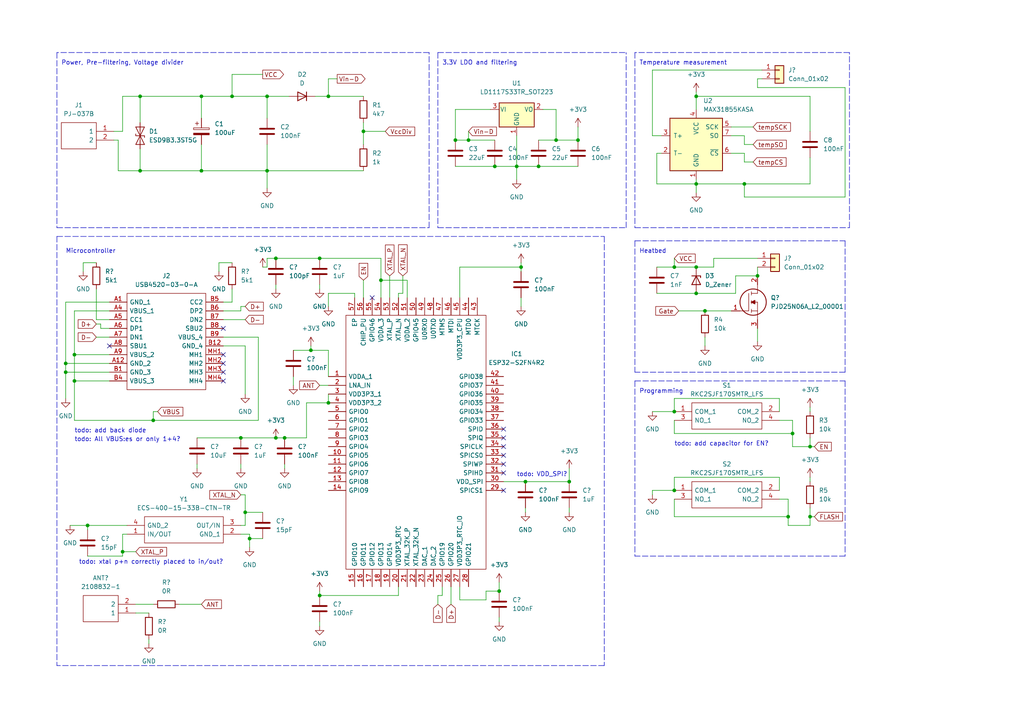
<source format=kicad_sch>
(kicad_sch (version 20211123) (generator eeschema)
  (paper "A4")
  (lib_symbols
    (symbol "Connector_Generic:Conn_01x02" (pin_names (offset 1.016) hide)
      (property "Reference" "J" (at 0 2.54 0))
      (property "Value" "Conn_01x02" (at 0 -5.08 0))
      (symbol "Conn_01x02_1_1"
        (pin passive line (at -5.08 0 0) (length 3.81) (name "Pin_1") (number "1"))
        (pin passive line (at -5.08 -2.54 0) (length 3.81) (name "Pin_2") (number "2"))
      )
    )
    (symbol "Device:C" (pin_numbers hide) (pin_names (offset 0.254))
      (property "Reference" "C" (at 0.635 2.54 0))
      (property "Value" "C" (at 0.635 -2.54 0))
      (symbol "C_1_1"
        (pin passive line (at 0 3.81 270) (length 2.794) (name "~") (number "1"))
        (pin passive line (at 0 -3.81 90) (length 2.794) (name "~") (number "2"))
      )
    )
    (symbol "Device:C_Polarized" (pin_numbers hide) (pin_names (offset 0.254))
      (property "Reference" "C" (at 0.635 2.54 0))
      (property "Value" "C_Polarized" (at 0.635 -2.54 0))
      (symbol "C_Polarized_1_1"
        (pin passive line (at 0 3.81 270) (length 2.794) (name "~") (number "1"))
        (pin passive line (at 0 -3.81 90) (length 2.794) (name "~") (number "2"))
      )
    )
    (symbol "Device:D" (pin_numbers hide) (pin_names (offset 1.016) hide)
      (property "Reference" "D" (at 0 2.54 0))
      (property "Value" "D" (at 0 -2.54 0))
      (symbol "D_1_1"
        (pin passive line (at -3.81 0 0) (length 2.54) (name "K") (number "1"))
        (pin passive line (at 3.81 0 180) (length 2.54) (name "A") (number "2"))
      )
    )
    (symbol "Device:D_Zener" (pin_numbers hide) (pin_names (offset 1.016) hide)
      (property "Reference" "D" (at 0 2.54 0))
      (property "Value" "D_Zener" (at 0 -2.54 0))
      (symbol "D_Zener_1_1"
        (pin passive line (at -3.81 0 0) (length 2.54) (name "K") (number "1"))
        (pin passive line (at 3.81 0 180) (length 2.54) (name "A") (number "2"))
      )
    )
    (symbol "Device:R" (pin_numbers hide) (pin_names (offset 0))
      (property "Reference" "R" (at 2.032 0 90))
      (property "Value" "R" (at 0 0 90))
      (symbol "R_1_1"
        (pin passive line (at 0 3.81 270) (length 1.27) (name "~") (number "1"))
        (pin passive line (at 0 -3.81 90) (length 1.27) (name "~") (number "2"))
      )
    )
    (symbol "Diode:ESD9B3.3ST5G" (pin_numbers hide) (pin_names (offset 1.016) hide)
      (property "Reference" "D" (at 0 2.54 0))
      (property "Value" "ESD9B3.3ST5G" (at 0 -2.54 0))
      (symbol "ESD9B3.3ST5G_1_1"
        (pin passive line (at -3.81 0 0) (length 2.54) (name "A1") (number "1"))
        (pin passive line (at 3.81 0 180) (length 2.54) (name "A2") (number "2"))
      )
    )
    (symbol "Regulator_Linear:LD1117S33TR_SOT223" (pin_names (offset 0.254))
      (property "Reference" "U" (at -3.81 3.175 0))
      (property "Value" "LD1117S33TR_SOT223" (at 0 3.175 0))
      (symbol "LD1117S33TR_SOT223_1_1"
        (pin power_in line (at 0 -7.62 90) (length 2.54) (name "GND") (number "1"))
        (pin power_out line (at 7.62 0 180) (length 2.54) (name "VO") (number "2"))
        (pin power_in line (at -7.62 0 0) (length 2.54) (name "VI") (number "3"))
      )
    )
    (symbol "Sensor_Temperature:MAX31855KASA" (pin_names (offset 1.016))
      (property "Reference" "U" (at -7.62 8.89 0))
      (property "Value" "MAX31855KASA" (at 1.27 8.89 0))
      (symbol "MAX31855KASA_1_1"
        (pin power_in line (at 0 -10.16 90) (length 2.54) (name "GND") (number "1"))
        (pin passive line (at -10.16 -2.54 0) (length 2.54) (name "T-") (number "2"))
        (pin passive line (at -10.16 2.54 0) (length 2.54) (name "T+") (number "3"))
        (pin power_in line (at 0 10.16 270) (length 2.54) (name "VCC") (number "4"))
        (pin input line (at 10.16 5.08 180) (length 2.54) (name "SCK") (number "5"))
        (pin input line (at 10.16 -2.54 180) (length 2.54) (name "~{CS}") (number "6"))
        (pin tri_state line (at 10.16 2.54 180) (length 2.54) (name "SO") (number "7"))
      )
    )
    (symbol "library_loader:2108832-1" (pin_names (offset 0.762))
      (property "Reference" "ANT" (at 16.51 7.62 0))
      (property "Value" "2108832-1" (at 16.51 5.08 0))
      (symbol "2108832-1_0_0"
        (pin passive line (at 0 0 0) (length 5.08) (name "1") (number "1"))
        (pin passive line (at 0 -2.54 0) (length 5.08) (name "2") (number "2"))
      )
    )
    (symbol "library_loader:ECS-400-15-33B-CTN-TR" (pin_names (offset 0.762))
      (property "Reference" "Y" (at 29.21 7.62 0))
      (property "Value" "ECS-400-15-33B-CTN-TR" (at 29.21 5.08 0))
      (symbol "ECS-400-15-33B-CTN-TR_0_0"
        (pin passive line (at 0 -2.54 0) (length 5.08) (name "IN/OUT") (number "1"))
        (pin passive line (at 33.02 -2.54 180) (length 5.08) (name "GND_1") (number "2"))
        (pin passive line (at 33.02 0 180) (length 5.08) (name "OUT/IN") (number "3"))
        (pin passive line (at 0 0 0) (length 5.08) (name "GND_2") (number "4"))
      )
    )
    (symbol "library_loader:ESP32-S2FN4R2" (pin_names (offset 0.762))
      (property "Reference" "IC" (at 46.99 22.86 0))
      (property "Value" "ESP32-S2FN4R2" (at 46.99 20.32 0))
      (symbol "ESP32-S2FN4R2_0_0"
        (pin passive line (at 0 0 0) (length 5.08) (name "VDDA_1") (number "1"))
        (pin passive line (at 0 -22.86 0) (length 5.08) (name "GPIO5") (number "10"))
        (pin passive line (at 0 -25.4 0) (length 5.08) (name "GPIO6") (number "11"))
        (pin passive line (at 0 -27.94 0) (length 5.08) (name "GPIO7") (number "12"))
        (pin passive line (at 0 -30.48 0) (length 5.08) (name "GPIO8") (number "13"))
        (pin passive line (at 0 -33.02 0) (length 5.08) (name "GPIO9") (number "14"))
        (pin passive line (at 7.62 -60.96 90) (length 5.08) (name "GPIO10") (number "15"))
        (pin passive line (at 10.16 -60.96 90) (length 5.08) (name "GPIO11") (number "16"))
        (pin passive line (at 12.7 -60.96 90) (length 5.08) (name "GPIO12") (number "17"))
        (pin passive line (at 15.24 -60.96 90) (length 5.08) (name "GPIO13") (number "18"))
        (pin passive line (at 17.78 -60.96 90) (length 5.08) (name "GPIO14") (number "19"))
        (pin passive line (at 0 -2.54 0) (length 5.08) (name "LNA_IN") (number "2"))
        (pin passive line (at 20.32 -60.96 90) (length 5.08) (name "VDD3P3_RTC") (number "20"))
        (pin passive line (at 22.86 -60.96 90) (length 5.08) (name "XTAL_32K_P") (number "21"))
        (pin passive line (at 25.4 -60.96 90) (length 5.08) (name "XTAL_32K_N") (number "22"))
        (pin passive line (at 27.94 -60.96 90) (length 5.08) (name "DAC_1") (number "23"))
        (pin passive line (at 30.48 -60.96 90) (length 5.08) (name "DAC_2") (number "24"))
        (pin passive line (at 33.02 -60.96 90) (length 5.08) (name "GPIO19") (number "25"))
        (pin passive line (at 35.56 -60.96 90) (length 5.08) (name "GPIO20") (number "26"))
        (pin passive line (at 38.1 -60.96 90) (length 5.08) (name "VDD3P3_RTC_IO") (number "27"))
        (pin passive line (at 40.64 -60.96 90) (length 5.08) (name "GPIO21") (number "28"))
        (pin passive line (at 50.8 -33.02 180) (length 5.08) (name "SPICS1") (number "29"))
        (pin passive line (at 0 -5.08 0) (length 5.08) (name "VDD3P3_1") (number "3"))
        (pin passive line (at 50.8 -30.48 180) (length 5.08) (name "VDD_SPI") (number "30"))
        (pin passive line (at 50.8 -27.94 180) (length 5.08) (name "SPIHD") (number "31"))
        (pin passive line (at 50.8 -25.4 180) (length 5.08) (name "SPIWP") (number "32"))
        (pin passive line (at 50.8 -22.86 180) (length 5.08) (name "SPICS0") (number "33"))
        (pin passive line (at 50.8 -20.32 180) (length 5.08) (name "SPICLK") (number "34"))
        (pin passive line (at 50.8 -17.78 180) (length 5.08) (name "SPIQ") (number "35"))
        (pin passive line (at 50.8 -15.24 180) (length 5.08) (name "SPID") (number "36"))
        (pin passive line (at 50.8 -12.7 180) (length 5.08) (name "GPIO33") (number "37"))
        (pin passive line (at 50.8 -10.16 180) (length 5.08) (name "GPIO34") (number "38"))
        (pin passive line (at 50.8 -7.62 180) (length 5.08) (name "GPIO35") (number "39"))
        (pin passive line (at 0 -7.62 0) (length 5.08) (name "VDD3P3_2") (number "4"))
        (pin passive line (at 50.8 -5.08 180) (length 5.08) (name "GPIO36") (number "40"))
        (pin passive line (at 50.8 -2.54 180) (length 5.08) (name "GPIO37") (number "41"))
        (pin passive line (at 50.8 0 180) (length 5.08) (name "GPIO38") (number "42"))
        (pin passive line (at 43.18 22.86 270) (length 5.08) (name "MTCK") (number "43"))
        (pin passive line (at 40.64 22.86 270) (length 5.08) (name "MTD0") (number "44"))
        (pin passive line (at 38.1 22.86 270) (length 5.08) (name "VDD3P3_CPU") (number "45"))
        (pin passive line (at 35.56 22.86 270) (length 5.08) (name "MTDI") (number "46"))
        (pin passive line (at 33.02 22.86 270) (length 5.08) (name "MTMS") (number "47"))
        (pin passive line (at 30.48 22.86 270) (length 5.08) (name "U0TXD") (number "48"))
        (pin passive line (at 27.94 22.86 270) (length 5.08) (name "U0RXD") (number "49"))
        (pin passive line (at 0 -10.16 0) (length 5.08) (name "GPIO0") (number "5"))
        (pin passive line (at 25.4 22.86 270) (length 5.08) (name "GPIO45") (number "50"))
        (pin passive line (at 22.86 22.86 270) (length 5.08) (name "VDDA_2") (number "51"))
        (pin passive line (at 20.32 22.86 270) (length 5.08) (name "XTAL_N") (number "52"))
        (pin passive line (at 17.78 22.86 270) (length 5.08) (name "XTAL_P") (number "53"))
        (pin passive line (at 15.24 22.86 270) (length 5.08) (name "VDDA_3") (number "54"))
        (pin passive line (at 12.7 22.86 270) (length 5.08) (name "GPIO46") (number "55"))
        (pin passive line (at 10.16 22.86 270) (length 5.08) (name "CHIP_PU") (number "56"))
        (pin passive line (at 7.62 22.86 270) (length 5.08) (name "EP") (number "57"))
        (pin passive line (at 0 -12.7 0) (length 5.08) (name "GPIO1") (number "6"))
        (pin passive line (at 0 -15.24 0) (length 5.08) (name "GPIO2") (number "7"))
        (pin passive line (at 0 -17.78 0) (length 5.08) (name "GPIO3") (number "8"))
        (pin passive line (at 0 -20.32 0) (length 5.08) (name "GPIO4") (number "9"))
      )
    )
    (symbol "library_loader:PJ-037B" (pin_names (offset 0.762))
      (property "Reference" "J" (at 16.51 7.62 0))
      (property "Value" "PJ-037B" (at 16.51 5.08 0))
      (symbol "PJ-037B_0_0"
        (pin passive line (at 0 -2.54 0) (length 5.08) (name "1") (number "1"))
        (pin passive line (at 0 0 0) (length 5.08) (name "2") (number "2"))
      )
    )
    (symbol "library_loader:PJD25N06A_L2_00001" (pin_names (offset 0.762))
      (property "Reference" "Q" (at 11.43 3.81 0))
      (property "Value" "PJD25N06A_L2_00001" (at 11.43 1.27 0))
      (symbol "PJD25N06A_L2_00001_0_0"
        (pin passive line (at 0 0 0) (length 2.54) (name "~") (number "1"))
        (pin passive line (at 7.62 10.16 270) (length 2.54) (name "~") (number "2"))
        (pin passive line (at 7.62 -5.08 90) (length 2.54) (name "~") (number "3"))
      )
    )
    (symbol "library_loader:RKC2SJF170SMTR_LFS" (pin_names (offset 0.762))
      (property "Reference" "S" (at 26.67 7.62 0))
      (property "Value" "RKC2SJF170SMTR_LFS" (at 26.67 5.08 0))
      (symbol "RKC2SJF170SMTR_LFS_0_0"
        (pin passive line (at 0 0 0) (length 5.08) (name "COM_1") (number "1"))
        (pin passive line (at 30.48 0 180) (length 5.08) (name "COM_2") (number "2"))
        (pin passive line (at 0 -2.54 0) (length 5.08) (name "NO_1") (number "3"))
        (pin passive line (at 30.48 -2.54 180) (length 5.08) (name "NO_2") (number "4"))
      )
    )
    (symbol "library_loader:USB4520-03-0-A" (pin_names (offset 0.762))
      (property "Reference" "J" (at 29.21 7.62 0))
      (property "Value" "USB4520-03-0-A" (at 29.21 5.08 0))
      (symbol "USB4520-03-0-A_0_0"
        (pin passive line (at 0 0 0) (length 5.08) (name "GND_1") (number "A1"))
        (pin passive line (at 0 -17.78 0) (length 5.08) (name "GND_2") (number "A12"))
        (pin passive line (at 0 -2.54 0) (length 5.08) (name "VBUS_1") (number "A4"))
        (pin passive line (at 0 -5.08 0) (length 5.08) (name "CC1") (number "A5"))
        (pin passive line (at 0 -7.62 0) (length 5.08) (name "DP1") (number "A6"))
        (pin passive line (at 0 -10.16 0) (length 5.08) (name "DN1") (number "A7"))
        (pin passive line (at 0 -12.7 0) (length 5.08) (name "SBU1") (number "A8"))
        (pin passive line (at 0 -15.24 0) (length 5.08) (name "VBUS_2") (number "A9"))
        (pin passive line (at 0 -20.32 0) (length 5.08) (name "GND_3") (number "B1"))
        (pin passive line (at 33.02 -12.7 180) (length 5.08) (name "GND_4") (number "B12"))
        (pin passive line (at 0 -22.86 0) (length 5.08) (name "VBUS_3") (number "B4"))
        (pin passive line (at 33.02 0 180) (length 5.08) (name "CC2") (number "B5"))
        (pin passive line (at 33.02 -2.54 180) (length 5.08) (name "DP2") (number "B6"))
        (pin passive line (at 33.02 -5.08 180) (length 5.08) (name "DN2") (number "B7"))
        (pin passive line (at 33.02 -7.62 180) (length 5.08) (name "SBU2") (number "B8"))
        (pin passive line (at 33.02 -10.16 180) (length 5.08) (name "VBUS_4") (number "B9"))
        (pin passive line (at 33.02 -15.24 180) (length 5.08) (name "MH1") (number "MH1"))
        (pin passive line (at 33.02 -17.78 180) (length 5.08) (name "MH2") (number "MH2"))
        (pin passive line (at 33.02 -20.32 180) (length 5.08) (name "MH3") (number "MH3"))
        (pin passive line (at 33.02 -22.86 180) (length 5.08) (name "MH4") (number "MH4"))
      )
    )
    (symbol "power:+3.3V" (power) (pin_names (offset 0))
      (property "Value" "+3.3V" (at 0 3.556 0))
      (symbol "+3.3V_1_1"
        (pin power_in line (at 0 0 90) (length 0) hide (name "+3V3") (number "1"))
      )
    )
    (symbol "power:GND" (power) (pin_names (offset 0))
      (property "Value" "GND" (at 0 -3.81 0))
      (symbol "GND_1_1"
        (pin power_in line (at 0 0 270) (length 0) hide (name "GND") (number "1"))
      )
    )
  )
  (junction (at 229.87 125.73))
  (junction (at 35.56 160.02))
  (junction (at 105.41 38.1))
  (junction (at 71.12 148.59))
  (junction (at 44.45 121.92))
  (junction (at 40.64 49.53))
  (junction (at 110.49 81.28))
  (junction (at 201.93 27.94))
  (junction (at 144.78 171.45))
  (junction (at 165.1 139.7))
  (junction (at 151.13 77.47))
  (junction (at 161.29 40.64))
  (junction (at 82.55 127))
  (junction (at 80.01 74.93))
  (junction (at 19.05 107.95))
  (junction (at 77.47 49.53))
  (junction (at 201.93 77.47))
  (junction (at 25.4 152.4))
  (junction (at 195.58 77.47))
  (junction (at 156.21 48.26))
  (junction (at 195.58 142.24))
  (junction (at 21.59 102.87))
  (junction (at 149.86 48.26))
  (junction (at 215.9 53.34))
  (junction (at 143.51 48.26))
  (junction (at 228.6 149.86))
  (junction (at 152.4 139.7))
  (junction (at 72.39 156.21))
  (junction (at 77.47 27.94))
  (junction (at 58.42 27.94))
  (junction (at 234.95 149.86))
  (junction (at 95.25 116.84))
  (junction (at 204.47 90.17))
  (junction (at 21.59 110.49))
  (junction (at 201.93 53.34))
  (junction (at 95.25 27.94))
  (junction (at 67.31 27.94))
  (junction (at 58.42 49.53))
  (junction (at 90.17 101.6))
  (junction (at 132.08 40.64))
  (junction (at 201.93 85.09))
  (junction (at 40.64 27.94))
  (junction (at 219.71 80.01))
  (junction (at 195.58 119.38))
  (junction (at 80.01 127))
  (junction (at 167.64 40.64))
  (junction (at 92.71 172.72))
  (junction (at 69.85 127))
  (junction (at 234.95 129.54))
  (junction (at 92.71 74.93))
  (junction (at 19.05 105.41))
  (junction (at 135.89 40.64))
  (no_connect (at 64.77 95.25))
  (no_connect (at 31.75 100.33))
  (no_connect (at 107.95 86.36))
  (no_connect (at 146.05 124.46))
  (no_connect (at 146.05 127))
  (no_connect (at 146.05 129.54))
  (no_connect (at 146.05 132.08))
  (no_connect (at 146.05 134.62))
  (no_connect (at 146.05 137.16))
  (no_connect (at 146.05 142.24))
  (no_connect (at 64.77 105.41))
  (no_connect (at 64.77 102.87))
  (no_connect (at 64.77 110.49))
  (no_connect (at 64.77 107.95))
  (wire (pts (xy 133.35 86.36) (xy 133.35 77.47)))
  (wire (pts (xy 229.87 125.73) (xy 229.87 121.92)))
  (wire (pts (xy 110.49 81.28) (xy 110.49 74.93)))
  (wire (pts (xy 190.5 85.09) (xy 201.93 85.09)))
  (wire (pts (xy 195.58 125.73) (xy 229.87 125.73)))
  (wire (pts (xy 21.59 102.87) (xy 31.75 102.87)))
  (wire (pts (xy 105.41 38.1) (xy 105.41 41.91)))
  (wire (pts (xy 113.03 80.01) (xy 113.03 86.36)))
  (wire (pts (xy 21.59 102.87) (xy 21.59 110.49)))
  (wire (pts (xy 92.71 74.93) (xy 110.49 74.93)))
  (wire (pts (xy 229.87 121.92) (xy 226.06 121.92)))
  (wire (pts (xy 72.39 156.21) (xy 72.39 154.94)))
  (wire (pts (xy 64.77 87.63) (xy 67.31 87.63)))
  (wire (pts (xy 35.56 27.94) (xy 35.56 38.1)))
  (wire (pts (xy 88.9 127) (xy 82.55 127)))
  (wire (pts (xy 204.47 97.79) (xy 204.47 100.33)))
  (polyline (pts (xy 175.26 68.58) (xy 175.26 193.04)))
  (polyline (pts (xy 184.15 66.04) (xy 246.38 66.04)))
  (wire (pts (xy 35.56 154.94) (xy 36.83 154.94)))
  (wire (pts (xy 195.58 138.43) (xy 195.58 142.24)))
  (wire (pts (xy 165.1 135.89) (xy 165.1 139.7)))
  (wire (pts (xy 33.02 38.1) (xy 35.56 38.1)))
  (wire (pts (xy 133.35 173.99) (xy 140.97 173.99)))
  (wire (pts (xy 219.71 22.86) (xy 219.71 25.4)))
  (wire (pts (xy 195.58 115.57) (xy 195.58 119.38)))
  (polyline (pts (xy 181.61 66.04) (xy 181.61 15.24)))
  (wire (pts (xy 27.94 76.2) (xy 24.13 76.2)))
  (wire (pts (xy 215.9 57.15) (xy 215.9 53.34)))
  (wire (pts (xy 234.95 129.54) (xy 236.22 129.54)))
  (wire (pts (xy 31.75 87.63) (xy 19.05 87.63)))
  (wire (pts (xy 195.58 144.78) (xy 195.58 149.86)))
  (wire (pts (xy 130.81 170.18) (xy 130.81 175.26)))
  (wire (pts (xy 195.58 77.47) (xy 201.93 77.47)))
  (wire (pts (xy 72.39 158.75) (xy 72.39 156.21)))
  (wire (pts (xy 69.85 143.51) (xy 71.12 143.51)))
  (wire (pts (xy 102.87 85.09) (xy 95.25 85.09)))
  (wire (pts (xy 21.59 90.17) (xy 21.59 102.87)))
  (wire (pts (xy 69.85 134.62) (xy 69.85 135.89)))
  (wire (pts (xy 19.05 105.41) (xy 19.05 107.95)))
  (wire (pts (xy 215.9 46.99) (xy 218.44 46.99)))
  (wire (pts (xy 142.24 31.75) (xy 132.08 31.75)))
  (wire (pts (xy 189.23 119.38) (xy 195.58 119.38)))
  (wire (pts (xy 234.95 138.43) (xy 234.95 139.7)))
  (wire (pts (xy 234.95 38.1) (xy 234.95 27.94)))
  (wire (pts (xy 146.05 139.7) (xy 152.4 139.7)))
  (wire (pts (xy 196.85 90.17) (xy 204.47 90.17)))
  (wire (pts (xy 215.9 53.34) (xy 234.95 53.34)))
  (wire (pts (xy 152.4 147.32) (xy 152.4 148.59)))
  (wire (pts (xy 80.01 82.55) (xy 80.01 83.82)))
  (wire (pts (xy 219.71 77.47) (xy 219.71 80.01)))
  (wire (pts (xy 151.13 76.2) (xy 151.13 77.47)))
  (wire (pts (xy 116.84 80.01) (xy 116.84 85.09)))
  (wire (pts (xy 226.06 142.24) (xy 226.06 138.43)))
  (wire (pts (xy 85.09 109.22) (xy 85.09 111.76)))
  (wire (pts (xy 118.11 81.28) (xy 110.49 81.28)))
  (wire (pts (xy 67.31 76.2) (xy 63.5 76.2)))
  (polyline (pts (xy 246.38 15.24) (xy 184.15 15.24)))
  (wire (pts (xy 64.77 92.71) (xy 71.12 92.71)))
  (wire (pts (xy 29.21 93.98) (xy 27.94 93.98)))
  (wire (pts (xy 35.56 27.94) (xy 40.64 27.94)))
  (wire (pts (xy 95.25 85.09) (xy 95.25 88.9)))
  (wire (pts (xy 27.94 92.71) (xy 27.94 83.82)))
  (wire (pts (xy 69.85 90.17) (xy 69.85 88.9)))
  (wire (pts (xy 77.47 74.93) (xy 77.47 77.47)))
  (wire (pts (xy 58.42 27.94) (xy 58.42 34.29)))
  (wire (pts (xy 31.75 90.17) (xy 21.59 90.17)))
  (wire (pts (xy 219.71 25.4) (xy 245.11 25.4)))
  (wire (pts (xy 234.95 53.34) (xy 234.95 45.72)))
  (wire (pts (xy 67.31 27.94) (xy 77.47 27.94)))
  (wire (pts (xy 40.64 35.56) (xy 40.64 27.94)))
  (wire (pts (xy 213.36 85.09) (xy 201.93 85.09)))
  (wire (pts (xy 234.95 118.11) (xy 234.95 119.38)))
  (wire (pts (xy 25.4 161.29) (xy 35.56 161.29)))
  (polyline (pts (xy 124.46 15.24) (xy 16.51 15.24)))
  (wire (pts (xy 234.95 149.86) (xy 234.95 152.4)))
  (wire (pts (xy 234.95 147.32) (xy 234.95 149.86)))
  (wire (pts (xy 115.57 172.72) (xy 92.71 172.72)))
  (wire (pts (xy 71.12 148.59) (xy 76.2 148.59)))
  (wire (pts (xy 189.23 20.32) (xy 189.23 39.37)))
  (wire (pts (xy 80.01 127) (xy 82.55 127)))
  (wire (pts (xy 219.71 95.25) (xy 219.71 99.06)))
  (wire (pts (xy 190.5 77.47) (xy 195.58 77.47)))
  (wire (pts (xy 151.13 77.47) (xy 151.13 78.74)))
  (wire (pts (xy 161.29 40.64) (xy 167.64 40.64)))
  (wire (pts (xy 44.45 119.38) (xy 44.45 121.92)))
  (wire (pts (xy 95.25 116.84) (xy 88.9 116.84)))
  (wire (pts (xy 95.25 101.6) (xy 90.17 101.6)))
  (wire (pts (xy 156.21 40.64) (xy 161.29 40.64)))
  (wire (pts (xy 165.1 147.32) (xy 165.1 148.59)))
  (wire (pts (xy 189.23 39.37) (xy 191.77 39.37)))
  (wire (pts (xy 234.95 127) (xy 234.95 129.54)))
  (wire (pts (xy 191.77 44.45) (xy 190.5 44.45)))
  (wire (pts (xy 52.07 175.26) (xy 58.42 175.26)))
  (wire (pts (xy 88.9 116.84) (xy 88.9 127)))
  (wire (pts (xy 20.32 152.4) (xy 25.4 152.4)))
  (wire (pts (xy 234.95 149.86) (xy 236.22 149.86)))
  (wire (pts (xy 115.57 170.18) (xy 115.57 172.72)))
  (wire (pts (xy 132.08 31.75) (xy 132.08 40.64)))
  (wire (pts (xy 207.01 74.93) (xy 207.01 77.47)))
  (wire (pts (xy 105.41 35.56) (xy 105.41 38.1)))
  (wire (pts (xy 226.06 138.43) (xy 195.58 138.43)))
  (wire (pts (xy 64.77 100.33) (xy 71.12 100.33)))
  (wire (pts (xy 35.56 161.29) (xy 35.56 160.02)))
  (wire (pts (xy 128.27 172.72) (xy 127 172.72)))
  (wire (pts (xy 115.57 85.09) (xy 115.57 86.36)))
  (wire (pts (xy 77.47 34.29) (xy 77.47 27.94)))
  (wire (pts (xy 34.29 40.64) (xy 34.29 49.53)))
  (wire (pts (xy 45.72 119.38) (xy 44.45 119.38)))
  (wire (pts (xy 95.25 27.94) (xy 105.41 27.94)))
  (wire (pts (xy 74.93 121.92) (xy 74.93 97.79)))
  (wire (pts (xy 76.2 21.59) (xy 67.31 21.59)))
  (wire (pts (xy 245.11 57.15) (xy 215.9 57.15)))
  (wire (pts (xy 140.97 173.99) (xy 140.97 171.45)))
  (wire (pts (xy 40.64 49.53) (xy 58.42 49.53)))
  (wire (pts (xy 24.13 76.2) (xy 24.13 78.74)))
  (wire (pts (xy 34.29 49.53) (xy 40.64 49.53)))
  (wire (pts (xy 135.89 40.64) (xy 143.51 40.64)))
  (wire (pts (xy 80.01 74.93) (xy 77.47 74.93)))
  (polyline (pts (xy 124.46 66.04) (xy 124.46 15.24)))
  (polyline (pts (xy 16.51 66.04) (xy 124.46 66.04)))
  (wire (pts (xy 71.12 152.4) (xy 71.12 148.59)))
  (wire (pts (xy 72.39 156.21) (xy 76.2 156.21)))
  (polyline (pts (xy 184.15 69.85) (xy 184.15 107.95)))
  (polyline (pts (xy 16.51 68.58) (xy 175.26 68.58)))
  (wire (pts (xy 219.71 74.93) (xy 207.01 74.93)))
  (wire (pts (xy 71.12 148.59) (xy 71.12 143.51)))
  (wire (pts (xy 228.6 149.86) (xy 228.6 152.4)))
  (wire (pts (xy 57.15 134.62) (xy 57.15 135.89)))
  (polyline (pts (xy 245.11 107.95) (xy 184.15 107.95)))
  (wire (pts (xy 189.23 142.24) (xy 195.58 142.24)))
  (wire (pts (xy 19.05 107.95) (xy 19.05 115.57)))
  (polyline (pts (xy 127 15.24) (xy 127 66.04)))
  (wire (pts (xy 19.05 87.63) (xy 19.05 105.41)))
  (wire (pts (xy 92.71 82.55) (xy 92.71 83.82)))
  (wire (pts (xy 144.78 179.07) (xy 144.78 180.34)))
  (wire (pts (xy 95.25 22.86) (xy 95.25 27.94)))
  (polyline (pts (xy 245.11 69.85) (xy 245.11 107.95)))
  (wire (pts (xy 25.4 152.4) (xy 25.4 153.67)))
  (wire (pts (xy 135.89 38.1) (xy 135.89 40.64)))
  (wire (pts (xy 228.6 144.78) (xy 226.06 144.78)))
  (wire (pts (xy 212.09 44.45) (xy 215.9 44.45)))
  (wire (pts (xy 67.31 21.59) (xy 67.31 27.94)))
  (wire (pts (xy 92.71 180.34) (xy 92.71 181.61)))
  (wire (pts (xy 201.93 53.34) (xy 201.93 55.88)))
  (wire (pts (xy 226.06 115.57) (xy 195.58 115.57)))
  (wire (pts (xy 144.78 168.91) (xy 144.78 171.45)))
  (wire (pts (xy 67.31 83.82) (xy 67.31 87.63)))
  (wire (pts (xy 44.45 121.92) (xy 74.93 121.92)))
  (wire (pts (xy 127 172.72) (xy 127 175.26)))
  (wire (pts (xy 204.47 90.17) (xy 212.09 90.17)))
  (wire (pts (xy 80.01 74.93) (xy 92.71 74.93)))
  (wire (pts (xy 228.6 149.86) (xy 228.6 144.78)))
  (wire (pts (xy 156.21 48.26) (xy 167.64 48.26)))
  (wire (pts (xy 43.18 185.42) (xy 43.18 186.69)))
  (wire (pts (xy 151.13 86.36) (xy 151.13 88.9)))
  (wire (pts (xy 19.05 105.41) (xy 31.75 105.41)))
  (wire (pts (xy 69.85 152.4) (xy 71.12 152.4)))
  (wire (pts (xy 220.98 20.32) (xy 189.23 20.32)))
  (wire (pts (xy 69.85 154.94) (xy 72.39 154.94)))
  (wire (pts (xy 219.71 80.01) (xy 213.36 80.01)))
  (wire (pts (xy 128.27 170.18) (xy 128.27 172.72)))
  (wire (pts (xy 201.93 26.67) (xy 201.93 27.94)))
  (wire (pts (xy 190.5 53.34) (xy 201.93 53.34)))
  (wire (pts (xy 201.93 27.94) (xy 201.93 31.75)))
  (wire (pts (xy 116.84 85.09) (xy 115.57 85.09)))
  (wire (pts (xy 25.4 152.4) (xy 36.83 152.4)))
  (wire (pts (xy 201.93 53.34) (xy 215.9 53.34)))
  (polyline (pts (xy 127 66.04) (xy 181.61 66.04)))
  (wire (pts (xy 82.55 134.62) (xy 82.55 135.89)))
  (wire (pts (xy 27.94 97.79) (xy 31.75 97.79)))
  (wire (pts (xy 195.58 74.93) (xy 195.58 77.47)))
  (wire (pts (xy 226.06 119.38) (xy 226.06 115.57)))
  (wire (pts (xy 40.64 27.94) (xy 58.42 27.94)))
  (polyline (pts (xy 246.38 66.04) (xy 246.38 15.24)))
  (wire (pts (xy 63.5 76.2) (xy 63.5 78.74)))
  (wire (pts (xy 195.58 149.86) (xy 228.6 149.86)))
  (wire (pts (xy 212.09 36.83) (xy 218.44 36.83)))
  (wire (pts (xy 40.64 43.18) (xy 40.64 49.53)))
  (wire (pts (xy 105.41 38.1) (xy 111.76 38.1)))
  (wire (pts (xy 97.79 22.86) (xy 95.25 22.86)))
  (wire (pts (xy 91.44 27.94) (xy 95.25 27.94)))
  (wire (pts (xy 189.23 143.51) (xy 189.23 142.24)))
  (wire (pts (xy 105.41 49.53) (xy 77.47 49.53)))
  (wire (pts (xy 215.9 41.91) (xy 218.44 41.91)))
  (wire (pts (xy 229.87 129.54) (xy 229.87 125.73)))
  (wire (pts (xy 64.77 90.17) (xy 69.85 90.17)))
  (wire (pts (xy 29.21 95.25) (xy 29.21 93.98)))
  (wire (pts (xy 92.71 111.76) (xy 95.25 111.76)))
  (wire (pts (xy 212.09 39.37) (xy 215.9 39.37)))
  (wire (pts (xy 21.59 121.92) (xy 44.45 121.92)))
  (wire (pts (xy 234.95 129.54) (xy 229.87 129.54)))
  (wire (pts (xy 77.47 41.91) (xy 77.47 49.53)))
  (wire (pts (xy 21.59 110.49) (xy 31.75 110.49)))
  (wire (pts (xy 69.85 127) (xy 80.01 127)))
  (polyline (pts (xy 175.26 193.04) (xy 16.51 193.04)))
  (wire (pts (xy 152.4 139.7) (xy 165.1 139.7)))
  (wire (pts (xy 77.47 27.94) (xy 83.82 27.94)))
  (polyline (pts (xy 184.15 69.85) (xy 245.11 69.85)))
  (wire (pts (xy 215.9 39.37) (xy 215.9 41.91)))
  (wire (pts (xy 57.15 127) (xy 69.85 127)))
  (wire (pts (xy 161.29 31.75) (xy 161.29 40.64)))
  (wire (pts (xy 90.17 100.33) (xy 90.17 101.6)))
  (wire (pts (xy 95.25 114.3) (xy 95.25 116.84)))
  (wire (pts (xy 132.08 40.64) (xy 135.89 40.64)))
  (polyline (pts (xy 245.11 110.49) (xy 245.11 161.29)))
  (wire (pts (xy 58.42 27.94) (xy 67.31 27.94)))
  (wire (pts (xy 234.95 152.4) (xy 228.6 152.4)))
  (wire (pts (xy 207.01 77.47) (xy 201.93 77.47)))
  (wire (pts (xy 95.25 109.22) (xy 95.25 101.6)))
  (wire (pts (xy 157.48 31.75) (xy 161.29 31.75)))
  (wire (pts (xy 132.08 48.26) (xy 143.51 48.26)))
  (wire (pts (xy 140.97 171.45) (xy 144.78 171.45)))
  (wire (pts (xy 92.71 171.45) (xy 92.71 172.72)))
  (wire (pts (xy 133.35 170.18) (xy 133.35 173.99)))
  (wire (pts (xy 58.42 49.53) (xy 58.42 41.91)))
  (wire (pts (xy 34.29 40.64) (xy 33.02 40.64)))
  (polyline (pts (xy 16.51 68.58) (xy 16.51 193.04)))
  (polyline (pts (xy 16.51 15.24) (xy 16.51 66.04)))
  (wire (pts (xy 201.93 52.07) (xy 201.93 53.34)))
  (wire (pts (xy 31.75 95.25) (xy 29.21 95.25)))
  (wire (pts (xy 21.59 110.49) (xy 21.59 121.92)))
  (wire (pts (xy 133.35 77.47) (xy 151.13 77.47)))
  (wire (pts (xy 201.93 27.94) (xy 234.95 27.94)))
  (wire (pts (xy 149.86 48.26) (xy 156.21 48.26)))
  (wire (pts (xy 27.94 92.71) (xy 31.75 92.71)))
  (wire (pts (xy 64.77 97.79) (xy 74.93 97.79)))
  (wire (pts (xy 110.49 81.28) (xy 110.49 86.36)))
  (wire (pts (xy 102.87 86.36) (xy 102.87 85.09)))
  (wire (pts (xy 77.47 49.53) (xy 77.47 54.61)))
  (polyline (pts (xy 127 15.24) (xy 181.61 15.24)))
  (wire (pts (xy 213.36 80.01) (xy 213.36 85.09)))
  (wire (pts (xy 149.86 39.37) (xy 149.86 48.26)))
  (wire (pts (xy 19.05 107.95) (xy 31.75 107.95)))
  (wire (pts (xy 167.64 36.83) (xy 167.64 40.64)))
  (wire (pts (xy 39.37 175.26) (xy 44.45 175.26)))
  (wire (pts (xy 39.37 160.02) (xy 35.56 160.02)))
  (wire (pts (xy 105.41 81.28) (xy 105.41 86.36)))
  (polyline (pts (xy 184.15 110.49) (xy 184.15 161.29)))
  (wire (pts (xy 71.12 100.33) (xy 71.12 114.3)))
  (polyline (pts (xy 184.15 15.24) (xy 184.15 66.04)))
  (wire (pts (xy 77.47 77.47) (xy 76.2 77.47)))
  (wire (pts (xy 77.47 49.53) (xy 58.42 49.53)))
  (wire (pts (xy 143.51 48.26) (xy 149.86 48.26)))
  (wire (pts (xy 39.37 177.8) (xy 43.18 177.8)))
  (wire (pts (xy 90.17 101.6) (xy 85.09 101.6)))
  (wire (pts (xy 220.98 22.86) (xy 219.71 22.86)))
  (wire (pts (xy 215.9 44.45) (xy 215.9 46.99)))
  (wire (pts (xy 190.5 44.45) (xy 190.5 53.34)))
  (wire (pts (xy 118.11 86.36) (xy 118.11 81.28)))
  (wire (pts (xy 35.56 160.02) (xy 35.56 154.94)))
  (wire (pts (xy 195.58 121.92) (xy 195.58 125.73)))
  (wire (pts (xy 149.86 48.26) (xy 149.86 52.07)))
  (polyline (pts (xy 245.11 161.29) (xy 184.15 161.29)))
  (wire (pts (xy 69.85 88.9) (xy 71.12 88.9)))
  (wire (pts (xy 245.11 25.4) (xy 245.11 57.15)))
  (polyline (pts (xy 184.15 110.49) (xy 245.11 110.49)))
  (text "todo: All VBUS:es or only 1+4?" (at 21.59 128.27 0) (effects (font (size 1.27 1.27)) (justify left bottom)))
  (text "Heatbed" (at 185.42 73.66 0) (effects (font (size 1.27 1.27)) (justify left bottom)))
  (text "Temperature measurement" (at 185.42 19.05 0) (effects (font (size 1.27 1.27)) (justify left bottom)))
  (text "Power, Pre-filtering, Voltage divider" (at 17.78 19.05 0) (effects (font (size 1.27 1.27)) (justify left bottom)))
  (text "todo: add capacitor for EN?" (at 195.58 129.54 0) (effects (font (size 1.27 1.27)) (justify left bottom)))
  (text "todo: VDD_SPI?" (at 149.86 138.43 0) (effects (font (size 1.27 1.27)) (justify left bottom)))
  (text "todo: add back diode" (at 21.59 125.73 0) (effects (font (size 1.27 1.27)) (justify left bottom)))
  (text "Programming" (at 185.42 114.3 0) (effects (font (size 1.27 1.27)) (justify left bottom)))
  (text "Microcontroller" (at 19.05 73.66 0) (effects (font (size 1.27 1.27)) (justify left bottom)))
  (text "todo: xtal p+n correctly placed to in/out?" (at 22.86 163.83 0) (effects (font (size 1.27 1.27)) (justify left bottom)))
  (text "3.3V LDO and filtering" (at 128.27 19.05 0) (effects (font (size 1.27 1.27)) (justify left bottom)))
  (global_label "tempSO" (shape input) (at 218.44 41.91 0) (property "Intersheet References" "${INTERSHEET_REFS}" (effects hide)))
  (global_label "tempSCK" (shape input) (at 218.44 36.83 0) (property "Intersheet References" "${INTERSHEET_REFS}" (effects hide)))
  (global_label "D-" (shape input) (at 71.12 92.71 0) (property "Intersheet References" "${INTERSHEET_REFS}" (effects hide)))
  (global_label "VccDiv" (shape input) (at 111.76 38.1 0) (property "Intersheet References" "${INTERSHEET_REFS}" (effects hide)))
  (global_label "VCC" (shape input) (at 195.58 74.93 0) (property "Intersheet References" "${INTERSHEET_REFS}" (effects hide)))
  (global_label "VBUS" (shape input) (at 45.72 119.38 0) (property "Intersheet References" "${INTERSHEET_REFS}" (effects hide)))
  (global_label "XTAL_P" (shape input) (at 113.03 80.01 90) (property "Intersheet References" "${INTERSHEET_REFS}" (effects hide)))
  (global_label "VCC" (shape output) (at 76.2 21.59 0) (property "Intersheet References" "${INTERSHEET_REFS}" (effects hide)))
  (global_label "XTAL_N" (shape input) (at 116.84 80.01 90) (property "Intersheet References" "${INTERSHEET_REFS}" (effects hide)))
  (global_label "D+" (shape input) (at 71.12 88.9 0) (property "Intersheet References" "${INTERSHEET_REFS}" (effects hide)))
  (global_label "Vin-D" (shape input) (at 135.89 38.1 0) (property "Intersheet References" "${INTERSHEET_REFS}" (effects hide)))
  (global_label "D-" (shape input) (at 27.94 97.79 180) (property "Intersheet References" "${INTERSHEET_REFS}" (effects hide)))
  (global_label "tempCS" (shape input) (at 218.44 46.99 0) (property "Intersheet References" "${INTERSHEET_REFS}" (effects hide)))
  (global_label "D+" (shape input) (at 130.81 175.26 270) (property "Intersheet References" "${INTERSHEET_REFS}" (effects hide)))
  (global_label "FLASH" (shape input) (at 236.22 149.86 0) (property "Intersheet References" "${INTERSHEET_REFS}" (effects hide)))
  (global_label "EN" (shape input) (at 236.22 129.54 0) (property "Intersheet References" "${INTERSHEET_REFS}" (effects hide)))
  (global_label "D+" (shape input) (at 27.94 93.98 180) (property "Intersheet References" "${INTERSHEET_REFS}" (effects hide)))
  (global_label "Gate" (shape input) (at 196.85 90.17 180) (property "Intersheet References" "${INTERSHEET_REFS}" (effects hide)))
  (global_label "XTAL_P" (shape input) (at 39.37 160.02 0) (property "Intersheet References" "${INTERSHEET_REFS}" (effects hide)))
  (global_label "ANT" (shape input) (at 58.42 175.26 0) (property "Intersheet References" "${INTERSHEET_REFS}" (effects hide)))
  (global_label "D-" (shape input) (at 127 175.26 270) (property "Intersheet References" "${INTERSHEET_REFS}" (effects hide)))
  (global_label "XTAL_N" (shape input) (at 69.85 143.51 180) (property "Intersheet References" "${INTERSHEET_REFS}" (effects hide)))
  (global_label "EN" (shape input) (at 105.41 81.28 90) (property "Intersheet References" "${INTERSHEET_REFS}" (effects hide)))
  (global_label "ANT" (shape input) (at 92.71 111.76 180) (property "Intersheet References" "${INTERSHEET_REFS}" (effects hide)))
  (global_label "Vin-D" (shape output) (at 97.79 22.86 0) (property "Intersheet References" "${INTERSHEET_REFS}" (effects hide)))
  (symbol (lib_id "power:+3.3V") (at 234.95 138.43 0) (unit 1)
    (property "Reference" "#PWR?" (effects hide))
    (property "Value" "+3.3V" (at 234.95 133.35 0))
  )
  (symbol (lib_id "Connector_Generic:Conn_01x02") (at 226.06 20.32 0) (unit 1)
    (property "Reference" "J?" (at 228.6 20.3199 0) (effects (justify left)))
    (property "Value" "Conn_01x02" (at 228.6 22.8599 0) (effects (justify left)))
  )
  (symbol (lib_id "Device:R") (at 105.41 45.72 0) (unit 1)
    (property "Reference" "R2" (at 107.95 44.4499 0) (effects (justify left)))
    (property "Value" "1k" (at 107.95 46.9899 0) (effects (justify left)))
  )
  (symbol (lib_id "Device:C") (at 92.71 176.53 0) (unit 1)
    (property "Reference" "C?" (at 96.52 175.2599 0) (effects (justify left)))
    (property "Value" "100nF" (at 96.52 177.7999 0) (effects (justify left)))
  )
  (symbol (lib_id "power:+3.3V") (at 76.2 77.47 0) (unit 1)
    (property "Reference" "#PWR?" (effects hide))
    (property "Value" "+3.3V" (at 76.2 72.39 0))
  )
  (symbol (lib_id "Device:C") (at 167.64 44.45 0) (unit 1)
    (property "Reference" "C6" (at 171.45 43.1799 0) (effects (justify left)))
    (property "Value" "100nF" (at 171.45 45.7199 0) (effects (justify left)))
  )
  (symbol (lib_id "power:GND") (at 201.93 55.88 0) (unit 1)
    (property "Reference" "#PWR0105" (effects hide))
    (property "Value" "GND" (at 201.93 60.96 0))
  )
  (symbol (lib_id "power:+3.3V") (at 165.1 135.89 0) (unit 1)
    (property "Reference" "#PWR?" (effects hide))
    (property "Value" "+3.3V" (at 165.1 130.81 0))
  )
  (symbol (lib_id "power:GND") (at 204.47 100.33 0) (unit 1)
    (property "Reference" "#PWR0103" (effects hide))
    (property "Value" "GND" (at 204.47 105.41 0))
  )
  (symbol (lib_id "power:+3.3V") (at 234.95 118.11 0) (unit 1)
    (property "Reference" "#PWR0107" (effects hide))
    (property "Value" "+3.3V" (at 234.95 113.03 0))
  )
  (symbol (lib_id "power:+3.3V") (at 80.01 127 0) (unit 1)
    (property "Reference" "#PWR?" (effects hide))
    (property "Value" "+3.3V" (at 80.01 121.92 0))
  )
  (symbol (lib_id "Device:C") (at 57.15 130.81 0) (unit 1)
    (property "Reference" "C?" (at 60.96 129.5399 0) (effects (justify left)))
    (property "Value" "10uF" (at 60.96 132.0799 0) (effects (justify left)))
  )
  (symbol (lib_id "power:+3.3V") (at 151.13 76.2 0) (unit 1)
    (property "Reference" "#PWR?" (effects hide))
    (property "Value" "+3.3V" (at 151.13 71.12 0))
  )
  (symbol (lib_id "power:GND") (at 151.13 88.9 0) (unit 1)
    (property "Reference" "#PWR?" (effects hide))
    (property "Value" "GND" (at 151.13 93.98 0))
  )
  (symbol (lib_id "power:+3.3V") (at 201.93 26.67 0) (unit 1)
    (property "Reference" "#PWR0106" (effects hide))
    (property "Value" "+3.3V" (at 201.93 21.59 0))
  )
  (symbol (lib_id "library_loader:2108832-1") (at 39.37 177.8 180) (unit 1)
    (property "Reference" "ANT?" (at 29.21 167.64 0))
    (property "Value" "2108832-1" (at 29.21 170.18 0))
    (property "Footprint" "21088321" (effects hide))
    (property "Datasheet" "https://www.te.com/commerce/DocumentDelivery/DDEController?Action=showdoc&DocId=Customer+Drawing%7F2108832-C%7FA%7Fpdf%7FEnglish%7FENG_CD_2108832-C_A.pdf%7F2108832-1" (effects hide))
    (property "Description" "Antennas Chip ant., SMD, BT/Wi-Fi 2.4GHz" (effects hide))
    (property "Height" "1.35" (effects hide))
    (property "Manufacturer_Name" "TE Connectivity" (effects hide))
    (property "Manufacturer_Part_Number" "2108832-1" (effects hide))
  )
  (symbol (lib_id "Device:C") (at 25.4 157.48 0) (unit 1)
    (property "Reference" "C?" (at 29.21 156.2099 0) (effects (justify left)))
    (property "Value" "15pF" (at 29.21 158.7499 0) (effects (justify left)))
  )
  (symbol (lib_id "Device:D_Zener") (at 201.93 81.28 270) (unit 1)
    (property "Reference" "D3" (at 204.47 80.0099 90) (effects (justify left)))
    (property "Value" "D_Zener" (at 204.47 82.5499 90) (effects (justify left)))
  )
  (symbol (lib_id "power:GND") (at 69.85 135.89 0) (unit 1)
    (property "Reference" "#PWR?" (effects hide))
    (property "Value" "GND" (at 69.85 140.97 0))
  )
  (symbol (lib_id "power:+3.3V") (at 144.78 168.91 0) (unit 1)
    (property "Reference" "#PWR?" (effects hide))
    (property "Value" "+3.3V" (at 144.78 163.83 0))
  )
  (symbol (lib_id "power:+3.3V") (at 90.17 100.33 0) (unit 1)
    (property "Reference" "#PWR?" (effects hide))
    (property "Value" "+3.3V" (at 90.17 95.25 0))
  )
  (symbol (lib_id "Device:R") (at 48.26 175.26 90) (unit 1)
    (property "Reference" "R?" (at 48.26 168.91 90))
    (property "Value" "0R" (at 48.26 171.45 90))
  )
  (symbol (lib_id "Device:C") (at 156.21 44.45 0) (unit 1)
    (property "Reference" "C5" (at 160.02 43.1799 0) (effects (justify left)))
    (property "Value" "22uF" (at 160.02 45.7199 0) (effects (justify left)))
  )
  (symbol (lib_id "power:+3.3V") (at 167.64 36.83 0) (unit 1)
    (property "Reference" "#PWR0102" (effects hide))
    (property "Value" "+3.3V" (at 167.64 31.75 0))
  )
  (symbol (lib_id "Device:C") (at 132.08 44.45 0) (unit 1)
    (property "Reference" "C3" (at 135.89 43.1799 0) (effects (justify left)))
    (property "Value" "22uF" (at 135.89 45.7199 0) (effects (justify left)))
  )
  (symbol (lib_id "power:GND") (at 144.78 180.34 0) (unit 1)
    (property "Reference" "#PWR?" (effects hide))
    (property "Value" "GND" (at 144.78 185.42 0))
  )
  (symbol (lib_id "power:GND") (at 92.71 181.61 0) (unit 1)
    (property "Reference" "#PWR?" (effects hide))
    (property "Value" "GND" (at 92.71 186.69 0))
  )
  (symbol (lib_id "Device:C") (at 85.09 105.41 0) (unit 1)
    (property "Reference" "C?" (at 88.9 104.1399 0) (effects (justify left)))
    (property "Value" "100nF" (at 88.9 106.6799 0) (effects (justify left)))
  )
  (symbol (lib_id "Device:C") (at 190.5 81.28 0) (unit 1)
    (property "Reference" "C7" (at 194.31 80.0099 0) (effects (justify left)))
    (property "Value" "1nF" (at 194.31 82.5499 0) (effects (justify left)))
  )
  (symbol (lib_id "Device:C") (at 152.4 143.51 0) (unit 1)
    (property "Reference" "C?" (at 156.21 142.2399 0) (effects (justify left)))
    (property "Value" "100nF" (at 156.21 144.7799 0) (effects (justify left)))
  )
  (symbol (lib_id "library_loader:ECS-400-15-33B-CTN-TR") (at 36.83 152.4 0) (unit 1)
    (property "Reference" "Y1" (at 53.34 144.78 0))
    (property "Value" "ECS-400-15-33B-CTN-TR" (at 53.34 147.32 0))
    (property "Footprint" "ECS2501033BCKMTR" (effects hide))
    (property "Datasheet" "https://www.arrow.com/en/products/ecs-400-15-33b-ctn-tr/ecs-international" (effects hide))
    (property "Description" "Crystals 40MHz 10ppm 15pF -40C +85C" (effects hide))
    (property "Height" "0.8" (effects hide))
    (property "Mouser Part Number" "520-400-15-33B-CTNT" (effects hide))
    (property "Mouser Price/Stock" "https://www.mouser.co.uk/ProductDetail/ECS/ECS-400-15-33B-CTN-TR/?qs=wd5RIQLrsJjBlddaPXWePw%3D%3D" (effects hide))
    (property "Manufacturer_Name" "ECS" (effects hide))
    (property "Manufacturer_Part_Number" "ECS-400-15-33B-CTN-TR" (effects hide))
  )
  (symbol (lib_id "Device:C") (at 82.55 130.81 0) (unit 1)
    (property "Reference" "C?" (at 86.36 129.5399 0) (effects (justify left)))
    (property "Value" "100nF" (at 86.36 132.0799 0) (effects (justify left)))
  )
  (symbol (lib_id "Device:C") (at 77.47 38.1 0) (unit 1)
    (property "Reference" "C2" (at 81.28 36.8299 0) (effects (justify left)))
    (property "Value" "100nF" (at 81.28 39.3699 0) (effects (justify left)))
  )
  (symbol (lib_id "library_loader:PJD25N06A_L2_00001") (at 212.09 90.17 0) (unit 1)
    (property "Reference" "Q?" (at 223.52 86.3599 0) (effects (justify left)))
    (property "Value" "PJD25N06A_L2_00001" (at 223.52 88.8999 0) (effects (justify left)))
    (property "Footprint" "PJD25N06A_L2_00001" (effects hide))
    (property "Datasheet" "https://www.panjit.com.tw/upload/datasheet/PJD25N06A.pdf" (effects hide))
    (property "Description" "MOSFET 60V N-Channel Enhancement Mode MOSFET" (effects hide))
    (property "Height" "2.39" (effects hide))
    (property "Mouser Part Number" "241-PJD25N06AL200001" (effects hide))
    (property "Mouser Price/Stock" "https://www.mouser.co.uk/ProductDetail/Panjit/PJD25N06A_L2_00001?qs=sPbYRqrBIVnbUMn0QxyuWw%3D%3D" (effects hide))
    (property "Manufacturer_Name" "PANJIT" (effects hide))
    (property "Manufacturer_Part_Number" "PJD25N06A_L2_00001" (effects hide))
  )
  (symbol (lib_id "Device:R") (at 67.31 80.01 0) (unit 1)
    (property "Reference" "R?" (at 69.85 78.7399 0) (effects (justify left)))
    (property "Value" "5k1" (at 69.85 81.2799 0) (effects (justify left)))
  )
  (symbol (lib_id "Device:C") (at 143.51 44.45 0) (unit 1)
    (property "Reference" "C4" (at 147.32 43.1799 0) (effects (justify left)))
    (property "Value" "100nF" (at 147.32 45.7199 0) (effects (justify left)))
  )
  (symbol (lib_id "Connector_Generic:Conn_01x02") (at 224.79 74.93 0) (unit 1)
    (property "Reference" "J?" (at 227.33 74.9299 0) (effects (justify left)))
    (property "Value" "Conn_01x02" (at 227.33 77.4699 0) (effects (justify left)))
  )
  (symbol (lib_id "power:GND") (at 80.01 83.82 0) (unit 1)
    (property "Reference" "#PWR?" (effects hide))
    (property "Value" "GND" (at 80.01 88.9 0))
  )
  (symbol (lib_id "power:GND") (at 71.12 114.3 0) (unit 1)
    (property "Reference" "#PWR?" (effects hide))
    (property "Value" "GND" (at 71.12 119.38 0))
  )
  (symbol (lib_id "power:GND") (at 43.18 186.69 0) (unit 1)
    (property "Reference" "#PWR?" (effects hide))
    (property "Value" "GND" (at 43.18 191.77 0))
  )
  (symbol (lib_id "power:GND") (at 20.32 152.4 0) (unit 1)
    (property "Reference" "#PWR?" (effects hide))
    (property "Value" "GND" (at 20.32 157.48 0))
  )
  (symbol (lib_id "Device:C_Polarized") (at 58.42 38.1 0) (unit 1)
    (property "Reference" "C1" (at 62.23 35.9409 0) (effects (justify left)))
    (property "Value" "100uF" (at 62.23 38.4809 0) (effects (justify left)))
  )
  (symbol (lib_id "power:GND") (at 72.39 158.75 0) (unit 1)
    (property "Reference" "#PWR?" (effects hide))
    (property "Value" "GND" (at 72.39 163.83 0))
  )
  (symbol (lib_id "Device:D") (at 87.63 27.94 180) (unit 1)
    (property "Reference" "D2" (at 87.63 21.59 0))
    (property "Value" "D" (at 87.63 24.13 0))
  )
  (symbol (lib_id "library_loader:RKC2SJF170SMTR_LFS") (at 195.58 119.38 0) (unit 1)
    (property "Reference" "S1" (at 210.82 111.76 0))
    (property "Value" "RKC2SJF170SMTR_LFS" (at 210.82 114.3 0))
    (property "Footprint" "RKC2SJF170SMTRLFS" (effects hide))
    (property "Datasheet" "https://www.ckswitches.com/media/3470/ck_rkc2_datasheet.pdf" (effects hide))
    (property "Description" "Tactile Switches" (effects hide))
    (property "Height" "1.9" (effects hide))
    (property "Mouser Part Number" "611-RKC2SJF170SMRLFS" (effects hide))
    (property "Mouser Price/Stock" "https://www.mouser.co.uk/ProductDetail/CK/RKC2SJF170SMTR-LFS?qs=XAiT9M5g4x%252BRRI9derenng%3D%3D" (effects hide))
    (property "Manufacturer_Name" "C & K COMPONENTS" (effects hide))
    (property "Manufacturer_Part_Number" "RKC2SJF170SMTR LFS" (effects hide))
  )
  (symbol (lib_id "power:GND") (at 82.55 135.89 0) (unit 1)
    (property "Reference" "#PWR?" (effects hide))
    (property "Value" "GND" (at 82.55 140.97 0))
  )
  (symbol (lib_id "Device:C") (at 80.01 78.74 0) (unit 1)
    (property "Reference" "C?" (at 83.82 77.4699 0) (effects (justify left)))
    (property "Value" "100pF" (at 83.82 80.0099 0) (effects (justify left)))
  )
  (symbol (lib_id "power:GND") (at 189.23 119.38 0) (unit 1)
    (property "Reference" "#PWR0109" (effects hide))
    (property "Value" "GND" (at 189.23 124.46 0))
  )
  (symbol (lib_id "power:GND") (at 19.05 115.57 0) (unit 1)
    (property "Reference" "#PWR?" (effects hide))
    (property "Value" "GND" (at 19.05 120.65 0))
  )
  (symbol (lib_id "library_loader:PJ-037B") (at 33.02 40.64 180) (unit 1)
    (property "Reference" "J1" (at 22.86 30.48 0))
    (property "Value" "PJ-037B" (at 22.86 33.02 0))
    (property "Footprint" "PJ037B" (effects hide))
    (property "Datasheet" "https://www.cui.com/product/resource/digikeypdf/pj-037b.pdf" (effects hide))
    (property "Description" "DC Power Connectors Power Jacks" (effects hide))
    (property "Height" "11.2" (effects hide))
    (property "Mouser Part Number" "490-PJ-037B" (effects hide))
    (property "Mouser Price/Stock" "https://www.mouser.co.uk/ProductDetail/CUI-Devices/PJ-037B?qs=WyjlAZoYn51Mb9mVo2Wh7A%3D%3D" (effects hide))
    (property "Manufacturer_Name" "CUI Inc." (effects hide))
    (property "Manufacturer_Part_Number" "PJ-037B" (effects hide))
  )
  (symbol (lib_id "Device:C") (at 144.78 175.26 0) (unit 1)
    (property "Reference" "C?" (at 148.59 173.9899 0) (effects (justify left)))
    (property "Value" "100nF" (at 148.59 176.5299 0) (effects (justify left)))
  )
  (symbol (lib_id "power:GND") (at 219.71 99.06 0) (unit 1)
    (property "Reference" "#PWR?" (effects hide))
    (property "Value" "GND" (at 219.71 104.14 0))
  )
  (symbol (lib_id "Device:R") (at 27.94 80.01 0) (unit 1)
    (property "Reference" "R?" (at 30.48 78.7399 0) (effects (justify left)))
    (property "Value" "5k1" (at 30.48 81.2799 0) (effects (justify left)))
  )
  (symbol (lib_id "library_loader:RKC2SJF170SMTR_LFS") (at 195.58 142.24 0) (unit 1)
    (property "Reference" "S2" (at 210.82 134.62 0))
    (property "Value" "RKC2SJF170SMTR_LFS" (at 210.82 137.16 0))
    (property "Footprint" "RKC2SJF170SMTRLFS" (effects hide))
    (property "Datasheet" "https://www.ckswitches.com/media/3470/ck_rkc2_datasheet.pdf" (effects hide))
    (property "Description" "Tactile Switches" (effects hide))
    (property "Height" "1.9" (effects hide))
    (property "Mouser Part Number" "611-RKC2SJF170SMRLFS" (effects hide))
    (property "Mouser Price/Stock" "https://www.mouser.co.uk/ProductDetail/CK/RKC2SJF170SMTR-LFS?qs=XAiT9M5g4x%252BRRI9derenng%3D%3D" (effects hide))
    (property "Manufacturer_Name" "C & K COMPONENTS" (effects hide))
    (property "Manufacturer_Part_Number" "RKC2SJF170SMTR LFS" (effects hide))
  )
  (symbol (lib_id "power:GND") (at 95.25 88.9 0) (unit 1)
    (property "Reference" "#PWR?" (effects hide))
    (property "Value" "GND" (at 95.25 93.98 0))
  )
  (symbol (lib_id "library_loader:USB4520-03-0-A") (at 31.75 87.63 0) (unit 1)
    (property "Reference" "J2" (at 48.26 80.01 0))
    (property "Value" "USB4520-03-0-A" (at 48.26 82.55 0))
    (property "Footprint" "USB4520030A" (effects hide))
    (property "Datasheet" "https://componentsearchengine.com/Datasheets/2/USB4520-03-0-A.pdf" (effects hide))
    (property "Description" "USB Connectors USB C Rec 16P 3u\" Mid Mnt 2.1mm O-set SMT L = 6.5mm-1" (effects hide))
    (property "Height" "3.36" (effects hide))
    (property "Mouser Part Number" "640-USB4520030A" (effects hide))
    (property "Mouser Price/Stock" "https://www.mouser.co.uk/ProductDetail/GCT/USB4520-03-0-A?qs=7D1LtPJG0i16f9tCCMAw%2FA%3D%3D" (effects hide))
    (property "Manufacturer_Name" "GCT (GLOBAL CONNECTOR TECHNOLOGY)" (effects hide))
    (property "Manufacturer_Part_Number" "USB4520-03-0-A" (effects hide))
  )
  (symbol (lib_id "Device:R") (at 234.95 143.51 0) (unit 1)
    (property "Reference" "R5" (at 237.49 142.2399 0) (effects (justify left)))
    (property "Value" "10k" (at 237.49 144.7799 0) (effects (justify left)))
  )
  (symbol (lib_id "power:GND") (at 189.23 143.51 0) (unit 1)
    (property "Reference" "#PWR0108" (effects hide))
    (property "Value" "GND" (at 189.23 148.59 0))
  )
  (symbol (lib_id "Device:C") (at 92.71 78.74 0) (unit 1)
    (property "Reference" "C?" (at 96.52 77.4699 0) (effects (justify left)))
    (property "Value" "1uF" (at 96.52 80.0099 0) (effects (justify left)))
  )
  (symbol (lib_id "power:GND") (at 85.09 111.76 0) (unit 1)
    (property "Reference" "#PWR?" (effects hide))
    (property "Value" "GND" (at 85.09 116.84 0))
  )
  (symbol (lib_id "power:GND") (at 149.86 52.07 0) (unit 1)
    (property "Reference" "#PWR0101" (effects hide))
    (property "Value" "GND" (at 149.86 57.15 0))
  )
  (symbol (lib_id "power:GND") (at 92.71 83.82 0) (unit 1)
    (property "Reference" "#PWR?" (effects hide))
    (property "Value" "GND" (at 92.71 88.9 0))
  )
  (symbol (lib_id "power:GND") (at 165.1 148.59 0) (unit 1)
    (property "Reference" "#PWR?" (effects hide))
    (property "Value" "GND" (at 165.1 153.67 0))
  )
  (symbol (lib_id "Device:R") (at 105.41 31.75 0) (unit 1)
    (property "Reference" "R1" (at 107.95 30.4799 0) (effects (justify left)))
    (property "Value" "4k7" (at 107.95 33.0199 0) (effects (justify left)))
  )
  (symbol (lib_id "Device:C") (at 151.13 82.55 0) (unit 1)
    (property "Reference" "C?" (at 154.94 81.2799 0) (effects (justify left)))
    (property "Value" "100nF" (at 154.94 83.8199 0) (effects (justify left)))
  )
  (symbol (lib_id "Device:R") (at 234.95 123.19 0) (unit 1)
    (property "Reference" "R3" (at 237.49 121.9199 0) (effects (justify left)))
    (property "Value" "10k" (at 237.49 124.4599 0) (effects (justify left)))
  )
  (symbol (lib_id "library_loader:ESP32-S2FN4R2") (at 95.25 109.22 0) (unit 1)
    (property "Reference" "IC1" (at 149.86 102.6412 0))
    (property "Value" "ESP32-S2FN4R2" (at 149.86 105.1812 0))
    (property "Footprint" "QFN40P700X700X90-57N-D" (effects hide))
    (property "Datasheet" "https://www.espressif.com/sites/default/files/documentation/esp32-s2_datasheet_en.pdf" (effects hide))
    (property "Description" "SMD WI-FI IC, SINGLE-CORE MCU" (effects hide))
    (property "Height" "0.9" (effects hide))
    (property "Mouser Part Number" "356-ESP32-S2FN4R2" (effects hide))
    (property "Mouser Price/Stock" "https://www.mouser.co.uk/ProductDetail/Espressif-Systems/ESP32-S2FN4R2?qs=pUKx8fyJudDnZ43tIkHUCQ%3D%3D" (effects hide))
    (property "Manufacturer_Name" "Espressif Systems" (effects hide))
    (property "Manufacturer_Part_Number" "ESP32-S2FN4R2" (effects hide))
  )
  (symbol (lib_id "power:GND") (at 63.5 78.74 0) (unit 1)
    (property "Reference" "#PWR?" (effects hide))
    (property "Value" "GND" (at 63.5 83.82 0))
  )
  (symbol (lib_id "Device:C") (at 69.85 130.81 0) (unit 1)
    (property "Reference" "C?" (at 73.66 129.5399 0) (effects (justify left)))
    (property "Value" "1uF" (at 73.66 132.0799 0) (effects (justify left)))
  )
  (symbol (lib_id "power:GND") (at 57.15 135.89 0) (unit 1)
    (property "Reference" "#PWR?" (effects hide))
    (property "Value" "GND" (at 57.15 140.97 0))
  )
  (symbol (lib_id "Device:R") (at 204.47 93.98 0) (unit 1)
    (property "Reference" "R4" (at 207.01 92.7099 0) (effects (justify left)))
    (property "Value" "10k" (at 207.01 95.2499 0) (effects (justify left)))
  )
  (symbol (lib_id "Device:C") (at 234.95 41.91 0) (unit 1)
    (property "Reference" "C8" (at 238.76 40.6399 0) (effects (justify left)))
    (property "Value" "100nF" (at 238.76 43.1799 0) (effects (justify left)))
  )
  (symbol (lib_id "power:GND") (at 152.4 148.59 0) (unit 1)
    (property "Reference" "#PWR?" (effects hide))
    (property "Value" "GND" (at 152.4 153.67 0))
  )
  (symbol (lib_id "Regulator_Linear:LD1117S33TR_SOT223") (at 149.86 31.75 0) (unit 1)
    (property "Reference" "U1" (at 149.86 24.13 0))
    (property "Value" "LD1117S33TR_SOT223" (at 149.86 26.67 0))
    (property "Footprint" "Package_TO_SOT_SMD:SOT-223-3_TabPin2" (effects hide))
    (property "Datasheet" "http://www.st.com/st-web-ui/static/active/en/resource/technical/document/datasheet/CD00000544.pdf" (effects hide))
  )
  (symbol (lib_id "power:GND") (at 77.47 54.61 0) (unit 1)
    (property "Reference" "#PWR0104" (effects hide))
    (property "Value" "GND" (at 77.47 59.69 0))
  )
  (symbol (lib_id "Diode:ESD9B3.3ST5G") (at 40.64 39.37 90) (unit 1)
    (property "Reference" "D1" (at 43.18 38.0999 90) (effects (justify right)))
    (property "Value" "ESD9B3.3ST5G" (at 43.18 40.6399 90) (effects (justify right)))
    (property "Footprint" "Diode_SMD:D_SOD-923" (effects hide))
    (property "Datasheet" "https://www.onsemi.com/pub/Collateral/ESD9B-D.PDF" (effects hide))
  )
  (symbol (lib_id "power:GND") (at 24.13 78.74 0) (unit 1)
    (property "Reference" "#PWR?" (effects hide))
    (property "Value" "GND" (at 24.13 83.82 0))
  )
  (symbol (lib_id "Device:C") (at 76.2 152.4 0) (unit 1)
    (property "Reference" "C?" (at 80.01 151.1299 0) (effects (justify left)))
    (property "Value" "15pF" (at 80.01 153.6699 0) (effects (justify left)))
  )
  (symbol (lib_id "Sensor_Temperature:MAX31855KASA") (at 201.93 41.91 0) (unit 1)
    (property "Reference" "U2" (at 203.9494 29.21 0) (effects (justify left)))
    (property "Value" "MAX31855KASA" (at 203.9494 31.75 0) (effects (justify left)))
    (property "Footprint" "Package_SO:SOIC-8_3.9x4.9mm_P1.27mm" (effects hide))
    (property "Datasheet" "http://datasheets.maximintegrated.com/en/ds/MAX31855.pdf" (effects hide))
  )
  (symbol (lib_id "Device:R") (at 43.18 181.61 0) (unit 1)
    (property "Reference" "R?" (at 45.72 180.3399 0) (effects (justify left)))
    (property "Value" "0R" (at 45.72 182.8799 0) (effects (justify left)))
  )
  (symbol (lib_id "power:+3.3V") (at 92.71 171.45 0) (unit 1)
    (property "Reference" "#PWR?" (effects hide))
    (property "Value" "+3.3V" (at 92.71 166.37 0))
  )
  (symbol (lib_id "Device:C") (at 165.1 143.51 0) (unit 1)
    (property "Reference" "C?" (at 168.91 142.2399 0) (effects (justify left)))
    (property "Value" "1uF" (at 168.91 144.7799 0) (effects (justify left)))
  )
)
</source>
